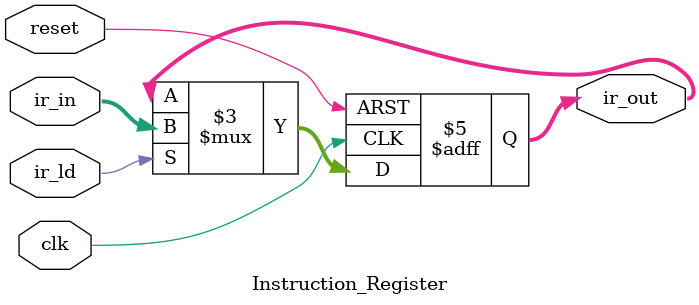
<source format=v>
`timescale 1ns / 1ps
module Instruction_Register(clk, reset, ir_ld, ir_in, ir_out);

   input          clk, reset; 
   input              ir_ld ;  
   input      [15:0]  ir_in ;
   output reg [15:0]  ir_out;
   
   always @ (posedge clk, posedge reset)
      if(reset)
         ir_out = 0;
      else
         if(ir_ld)
            ir_out = ir_in;
         else
            ir_out = ir_out;
   

endmodule

</source>
